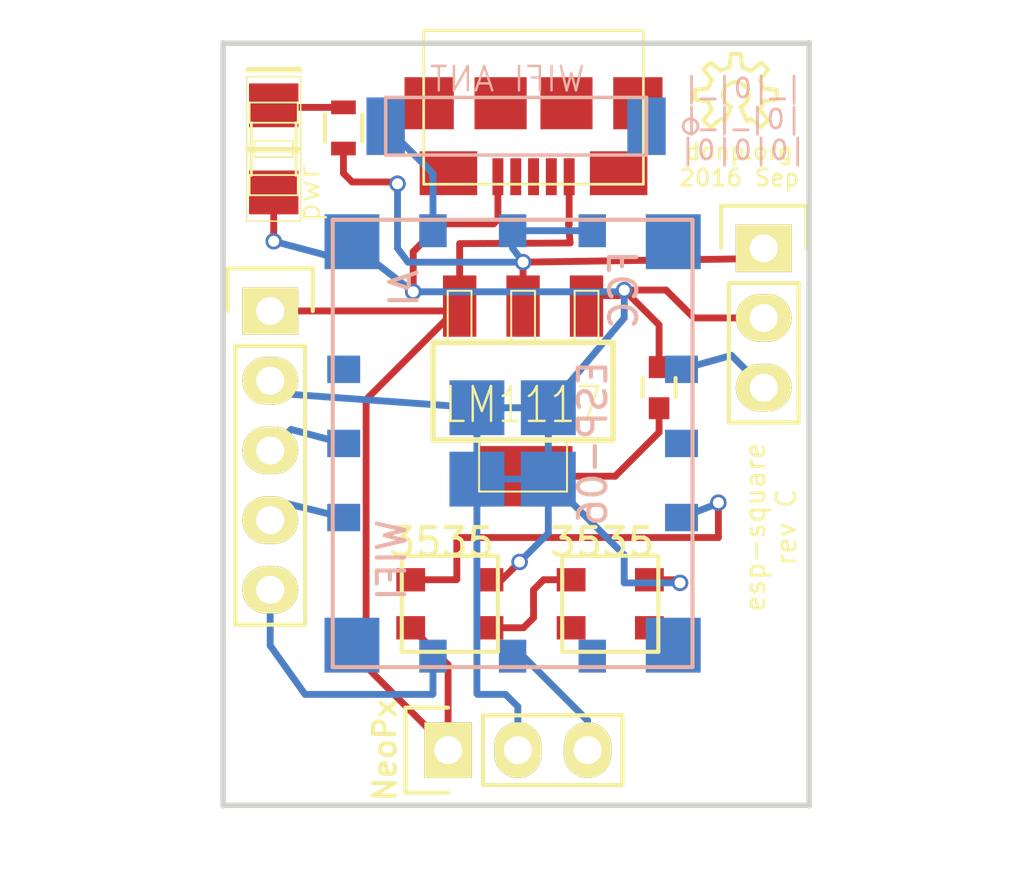
<source format=kicad_pcb>
(kicad_pcb (version 20171130) (host pcbnew 5.0.2-bee76a0~70~ubuntu18.04.1)

  (general
    (thickness 1.6)
    (drawings 7)
    (tracks 116)
    (zones 0)
    (modules 15)
    (nets 1)
  )

  (page A4)
  (layers
    (0 F.Cu signal)
    (31 B.Cu signal)
    (32 B.Adhes user)
    (33 F.Adhes user)
    (34 B.Paste user)
    (35 F.Paste user)
    (36 B.SilkS user)
    (37 F.SilkS user)
    (38 B.Mask user)
    (39 F.Mask user)
    (40 Dwgs.User user)
    (41 Cmts.User user)
    (42 Eco1.User user)
    (43 Eco2.User user)
    (44 Edge.Cuts user)
    (45 Margin user)
    (46 B.CrtYd user)
    (47 F.CrtYd user)
    (48 B.Fab user)
    (49 F.Fab user)
  )

  (setup
    (last_trace_width 0.25)
    (trace_clearance 0.2)
    (zone_clearance 0.508)
    (zone_45_only no)
    (trace_min 0.2)
    (segment_width 0.2)
    (edge_width 0.2)
    (via_size 0.6)
    (via_drill 0.4)
    (via_min_size 0.4)
    (via_min_drill 0.3)
    (uvia_size 0.3)
    (uvia_drill 0.1)
    (uvias_allowed no)
    (uvia_min_size 0.2)
    (uvia_min_drill 0.1)
    (pcb_text_width 0.3)
    (pcb_text_size 1.5 1.5)
    (mod_edge_width 0.15)
    (mod_text_size 1 1)
    (mod_text_width 0.15)
    (pad_size 0.39878 1.3462)
    (pad_drill 0)
    (pad_to_mask_clearance 0.2)
    (solder_mask_min_width 0.25)
    (aux_axis_origin 0 0)
    (visible_elements FFFFFF7F)
    (pcbplotparams
      (layerselection 0x010f0_ffffffff)
      (usegerberextensions true)
      (usegerberattributes false)
      (usegerberadvancedattributes false)
      (creategerberjobfile false)
      (excludeedgelayer true)
      (linewidth 0.100000)
      (plotframeref false)
      (viasonmask false)
      (mode 1)
      (useauxorigin false)
      (hpglpennumber 1)
      (hpglpenspeed 20)
      (hpglpendiameter 15.000000)
      (psnegative false)
      (psa4output false)
      (plotreference true)
      (plotvalue true)
      (plotinvisibletext false)
      (padsonsilk false)
      (subtractmaskfromsilk false)
      (outputformat 1)
      (mirror false)
      (drillshape 0)
      (scaleselection 1)
      (outputdirectory "/home/donp/osh/espsquare"))
  )

  (net 0 "")

  (net_class Default "This is the default net class."
    (clearance 0.2)
    (trace_width 0.25)
    (via_dia 0.6)
    (via_drill 0.4)
    (uvia_dia 0.3)
    (uvia_drill 0.1)
  )

  (module ESP8266:ESP-06 (layer B.Cu) (tedit 57B8CC68) (tstamp 56EF2894)
    (at 142.494 52.578 270)
    (fp_text reference ESP-06 (at 0 -2.921 270) (layer B.SilkS)
      (effects (font (size 1 1) (thickness 0.15)) (justify mirror))
    )
    (fp_text value ESP-06 (at 0 0.5 270) (layer F.Fab)
      (effects (font (size 1 1) (thickness 0.15)))
    )
    (fp_text user AI (at -5.65 3.95 270) (layer B.SilkS)
      (effects (font (size 1 1) (thickness 0.15)) (justify mirror))
    )
    (fp_text user WIFI (at 4.25 4.4 270) (layer B.SilkS)
      (effects (font (size 1 1) (thickness 0.15)) (justify mirror))
    )
    (fp_text user FCC (at -5.6 -4.05 270) (layer B.SilkS)
      (effects (font (size 1 1) (thickness 0.15)) (justify mirror))
    )
    (fp_line (start -8.15 -6.55) (end 8.15 -6.55) (layer B.SilkS) (width 0.15))
    (fp_line (start 8.15 -6.55) (end 8.15 6.55) (layer B.SilkS) (width 0.15))
    (fp_line (start 8.15 6.55) (end -8.15 6.55) (layer B.SilkS) (width 0.15))
    (fp_line (start -8.15 6.55) (end -8.15 -6.55) (layer B.SilkS) (width 0.15))
    (pad GND smd rect (at -7.35 5.85 270) (size 2 2) (layers B.Cu B.Paste B.Mask))
    (pad GP5 smd rect (at 7.35 5.85 270) (size 2 2) (layers B.Cu B.Paste B.Mask))
    (pad GP16 smd rect (at -7.35 -5.85 270) (size 2 2) (layers B.Cu B.Paste B.Mask))
    (pad GP15 smd rect (at 7.35 -5.85 270) (size 2 2) (layers B.Cu B.Paste B.Mask))
    (pad GP14 smd rect (at -2.7 -6.15 270) (size 1 1.2) (layers B.Cu B.Paste B.Mask))
    (pad GP12 smd rect (at 0 -6.15 270) (size 1 1.2) (layers B.Cu B.Paste B.Mask))
    (pad GP13 smd rect (at 2.7 -6.15 270) (size 1 1.2) (layers B.Cu B.Paste B.Mask))
    (pad TX smd rect (at 0 6.15 270) (size 1 1.2) (layers B.Cu B.Paste B.Mask))
    (pad RST smd rect (at -2.7 6.15 270) (size 1 1.2) (layers B.Cu B.Paste B.Mask))
    (pad RX smd rect (at 2.7 6.15 270) (size 1 1.2) (layers B.Cu B.Paste B.Mask))
    (pad 3.3 smd rect (at -7.75 0 270) (size 1.2 1) (layers B.Cu B.Paste B.Mask))
    (pad CHPD smd rect (at -7.75 -2.9 270) (size 1.2 1) (layers B.Cu B.Paste B.Mask))
    (pad ANT smd rect (at -7.75 2.9 270) (size 1.2 1) (layers B.Cu B.Paste B.Mask))
    (pad GP2 smd rect (at 7.75 0 270) (size 1.2 1) (layers B.Cu B.Paste B.Mask))
    (pad GP0 smd rect (at 7.75 2.9 270) (size 1.2 1) (layers B.Cu B.Paste B.Mask))
    (pad GP4 smd rect (at 7.75 -2.9 270) (size 1.2 1) (layers B.Cu B.Paste B.Mask))
    (pad GND smd rect (at -1.3 1.3 270) (size 2 2) (layers B.Cu B.Paste B.Mask))
    (pad GND smd rect (at 1.3 1.3 270) (size 2 2) (layers B.Cu B.Paste B.Mask))
    (pad GND smd rect (at -1.3 -1.3 270) (size 2 2) (layers B.Cu B.Paste B.Mask))
    (pad GND smd rect (at 1.3 -1.3 270) (size 2 2) (layers B.Cu B.Paste B.Mask))
  )

  (module ws2812:3535 (layer F.Cu) (tedit 57B9E32A) (tstamp 57DD5BD7)
    (at 146.05 58.42 180)
    (fp_text reference 3535 (at 0.3 2.25 180) (layer F.SilkS)
      (effects (font (size 1 1) (thickness 0.15)))
    )
    (fp_text value 3535 (at 0.05 -2.2 180) (layer F.Fab)
      (effects (font (size 1 1) (thickness 0.15)))
    )
    (fp_line (start 1.75 1.75) (end -1.75 1.75) (layer F.SilkS) (width 0.15))
    (fp_line (start -1.75 1.75) (end -1.75 -1.75) (layer F.SilkS) (width 0.15))
    (fp_line (start 1.75 -1.75) (end 1.75 1.75) (layer F.SilkS) (width 0.15))
    (fp_line (start -1.75 -1.75) (end 1.7 -1.75) (layer F.SilkS) (width 0.15))
    (pad IN smd rect (at 1.325 0.875 180) (size 1.05 0.85) (drill (offset 0.1 0)) (layers F.Cu F.Paste F.Mask))
    (pad VDD smd rect (at 1.325 -0.875 180) (size 1.05 0.85) (drill (offset 0.1 0)) (layers F.Cu F.Paste F.Mask))
    (pad VSS smd rect (at -1.325 0.875 180) (size 1.05 0.85) (drill (offset -0.1 0)) (layers F.Cu F.Paste F.Mask))
    (pad OUT smd rect (at -1.325 -0.875 180) (size 1.05 0.85) (drill (offset -0.1 0)) (layers F.Cu F.Paste F.Mask))
  )

  (module Mounting_Holes:MountingHole_2.2mm_M2 (layer F.Cu) (tedit 57BC20FF) (tstamp 57BE41FB)
    (at 133.477 64.135)
    (descr "Mounting Hole 2.2mm, no annular, M2")
    (tags "mounting hole 2.2mm no annular m2")
    (fp_text reference "" (at 0 -3.2) (layer F.SilkS)
      (effects (font (size 1 1) (thickness 0.15)))
    )
    (fp_text value MountingHole_2.2mm_M2 (at 0 3.2) (layer F.Fab)
      (effects (font (size 1 1) (thickness 0.15)))
    )
    (fp_circle (center 0 0) (end 2.2 0) (layer Cmts.User) (width 0.15))
    (fp_circle (center 0 0) (end 2.45 0) (layer F.CrtYd) (width 0.05))
    (pad 1 np_thru_hole circle (at 0 0) (size 2.2 2.2) (drill 2.2) (layers *.Cu *.Mask F.SilkS))
  )

  (module Pin_Headers:Pin_Header_Straight_1x03 (layer F.Cu) (tedit 57B8E39A) (tstamp 57BC01B3)
    (at 151.638 45.466)
    (descr "Through hole pin header")
    (tags "pin header")
    (fp_text reference "" (at 0 -2.3) (layer F.SilkS)
      (effects (font (size 0.8 0.9) (thickness 0.15)))
    )
    (fp_text value Pin_Header_Straight_1x03 (at 0 -3.1) (layer F.Fab) hide
      (effects (font (size 1 1) (thickness 0.15)))
    )
    (fp_line (start -1.75 -1.75) (end -1.75 6.85) (layer F.CrtYd) (width 0.05))
    (fp_line (start 1.75 -1.75) (end 1.75 6.85) (layer F.CrtYd) (width 0.05))
    (fp_line (start -1.75 -1.75) (end 1.75 -1.75) (layer F.CrtYd) (width 0.05))
    (fp_line (start -1.75 6.85) (end 1.75 6.85) (layer F.CrtYd) (width 0.05))
    (fp_line (start -1.27 1.27) (end -1.27 6.35) (layer F.SilkS) (width 0.15))
    (fp_line (start -1.27 6.35) (end 1.27 6.35) (layer F.SilkS) (width 0.15))
    (fp_line (start 1.27 6.35) (end 1.27 1.27) (layer F.SilkS) (width 0.15))
    (fp_line (start 1.55 -1.55) (end 1.55 0) (layer F.SilkS) (width 0.15))
    (fp_line (start 1.27 1.27) (end -1.27 1.27) (layer F.SilkS) (width 0.15))
    (fp_line (start -1.55 0) (end -1.55 -1.55) (layer F.SilkS) (width 0.15))
    (fp_line (start -1.55 -1.55) (end 1.55 -1.55) (layer F.SilkS) (width 0.15))
    (pad 1 thru_hole rect (at 0 0) (size 2.032 1.7272) (drill 1.016) (layers *.Cu *.Mask F.SilkS))
    (pad 2 thru_hole oval (at 0 2.54) (size 2.032 1.7272) (drill 1.016) (layers *.Cu *.Mask F.SilkS))
    (pad 3 thru_hole oval (at 0 5.08) (size 2.032 1.7272) (drill 1.016) (layers *.Cu *.Mask F.SilkS))
    (model Pin_Headers.3dshapes/Pin_Header_Straight_1x03.wrl
      (offset (xyz 0 -2.539999961853027 0))
      (scale (xyz 1 1 1))
      (rotate (xyz 0 0 90))
    )
    (model Pin_Headers.3dshapes/Pin_Header_Straight_1x03.wrl
      (offset (xyz 0 -2.539999961853027 0))
      (scale (xyz 1 1 1))
      (rotate (xyz 0 0 90))
    )
    (model Pin_Headers.3dshapes/Pin_Header_Straight_1x03.wrl
      (offset (xyz 0 -2.539999961853027 0))
      (scale (xyz 1 1 1))
      (rotate (xyz 0 0 90))
    )
    (model Pin_Headers.3dshapes/Pin_Header_Straight_1x03.wrl
      (offset (xyz 0 -2.539999961853027 0))
      (scale (xyz 1 1 1))
      (rotate (xyz 0 0 90))
    )
  )

  (module aalay:aalay-LED1206 (layer F.Cu) (tedit 57B713D9) (tstamp 56F9A37D)
    (at 133.7945 41.8465 90)
    (attr smd)
    (fp_text reference pwr (at -1.651 1.27 90) (layer F.SilkS)
      (effects (font (size 0.8 0.8) (thickness 0.0889)))
    )
    (fp_text value >VALUE (at 0.508 2.032 90) (layer B.SilkS) hide
      (effects (font (size 1.016 1.016) (thickness 0.0889)) (justify mirror))
    )
    (fp_line (start -1.6891 0.8763) (end -0.9525 0.8763) (layer F.SilkS) (width 0.06604))
    (fp_line (start -0.9525 0.8763) (end -0.9525 -0.8763) (layer F.SilkS) (width 0.06604))
    (fp_line (start -1.6891 -0.8763) (end -0.9525 -0.8763) (layer F.SilkS) (width 0.06604))
    (fp_line (start -1.6891 0.8763) (end -1.6891 -0.8763) (layer F.SilkS) (width 0.06604))
    (fp_line (start 0.9525 0.8763) (end 1.6891 0.8763) (layer F.SilkS) (width 0.06604))
    (fp_line (start 1.6891 0.8763) (end 1.6891 -0.8763) (layer F.SilkS) (width 0.06604))
    (fp_line (start 0.9525 -0.8763) (end 1.6891 -0.8763) (layer F.SilkS) (width 0.06604))
    (fp_line (start 0.9525 0.8763) (end 0.9525 -0.8763) (layer F.SilkS) (width 0.06604))
    (fp_line (start -0.29972 0.6985) (end 0.29972 0.6985) (layer F.SilkS) (width 0.06604))
    (fp_line (start 0.29972 0.6985) (end 0.29972 -0.6985) (layer F.SilkS) (width 0.06604))
    (fp_line (start -0.29972 -0.6985) (end 0.29972 -0.6985) (layer F.SilkS) (width 0.06604))
    (fp_line (start -0.29972 0.6985) (end -0.29972 -0.6985) (layer F.SilkS) (width 0.06604))
    (fp_line (start 0.9525 0.8128) (end -0.9652 0.8128) (layer F.SilkS) (width 0.1016))
    (fp_line (start 0.9525 -0.8128) (end -0.9652 -0.8128) (layer F.SilkS) (width 0.1016))
    (fp_line (start -2.63144 -0.98298) (end 2.63144 -0.98298) (layer F.SilkS) (width 0.0508))
    (fp_line (start 2.63144 -0.98298) (end 2.63144 0.98298) (layer F.SilkS) (width 0.0508))
    (fp_line (start 2.63144 0.98298) (end -2.63144 0.98298) (layer F.SilkS) (width 0.0508))
    (fp_line (start -2.63144 0.98298) (end -2.63144 -0.98298) (layer F.SilkS) (width 0.0508))
    (fp_line (start -0.03048 0.93472) (end -0.03048 -0.93472) (layer F.SilkS) (width 0.2032))
    (fp_line (start 2.88798 0.93472) (end 2.88798 -0.93472) (layer F.SilkS) (width 0.2032))
    (pad A smd rect (at -1.5875 0 90) (size 1.59766 1.80086) (layers F.Cu F.Paste F.Mask))
    (pad K smd rect (at 1.5875 0 90) (size 1.59766 1.80086) (layers F.Cu F.Paste F.Mask))
  )

  (module Pin_Headers:Pin_Header_Straight_1x03 (layer F.Cu) (tedit 57B8E513) (tstamp 56F7230E)
    (at 140.1445 63.754 90)
    (descr "Through hole pin header")
    (tags "pin header")
    (fp_text reference NeoPx (at 0 -2.3 90) (layer F.SilkS)
      (effects (font (size 0.8 0.8) (thickness 0.15)))
    )
    (fp_text value Pin_Header_Straight_1x03 (at 0 -3.1 90) (layer F.Fab) hide
      (effects (font (size 1 1) (thickness 0.15)))
    )
    (fp_line (start -1.75 -1.75) (end -1.75 6.85) (layer F.CrtYd) (width 0.05))
    (fp_line (start 1.75 -1.75) (end 1.75 6.85) (layer F.CrtYd) (width 0.05))
    (fp_line (start -1.75 -1.75) (end 1.75 -1.75) (layer F.CrtYd) (width 0.05))
    (fp_line (start -1.75 6.85) (end 1.75 6.85) (layer F.CrtYd) (width 0.05))
    (fp_line (start -1.27 1.27) (end -1.27 6.35) (layer F.SilkS) (width 0.15))
    (fp_line (start -1.27 6.35) (end 1.27 6.35) (layer F.SilkS) (width 0.15))
    (fp_line (start 1.27 6.35) (end 1.27 1.27) (layer F.SilkS) (width 0.15))
    (fp_line (start 1.55 -1.55) (end 1.55 0) (layer F.SilkS) (width 0.15))
    (fp_line (start 1.27 1.27) (end -1.27 1.27) (layer F.SilkS) (width 0.15))
    (fp_line (start -1.55 0) (end -1.55 -1.55) (layer F.SilkS) (width 0.15))
    (fp_line (start -1.55 -1.55) (end 1.55 -1.55) (layer F.SilkS) (width 0.15))
    (pad 1 thru_hole rect (at 0 0 90) (size 2.032 1.7272) (drill 1.016) (layers *.Cu *.Mask F.SilkS))
    (pad 2 thru_hole oval (at 0 2.54 90) (size 2.032 1.7272) (drill 1.016) (layers *.Cu *.Mask F.SilkS))
    (pad 3 thru_hole oval (at 0 5.08 90) (size 2.032 1.7272) (drill 1.016) (layers *.Cu *.Mask F.SilkS))
    (model Pin_Headers.3dshapes/Pin_Header_Straight_1x03.wrl
      (offset (xyz 0 -2.539999961853027 0))
      (scale (xyz 1 1 1))
      (rotate (xyz 0 0 90))
    )
    (model Pin_Headers.3dshapes/Pin_Header_Straight_1x03.wrl
      (offset (xyz 0 -2.539999961853027 0))
      (scale (xyz 1 1 1))
      (rotate (xyz 0 0 90))
    )
  )

  (module aalay:aalay-SOT223 (layer F.Cu) (tedit 56F70B8E) (tstamp 56F03C8A)
    (at 142.875 50.673 180)
    (descr "SOT223 PACKAGE")
    (tags "SOT223 PACKAGE")
    (attr smd)
    (fp_text reference LM1117 (at 0 -0.5 180) (layer F.SilkS)
      (effects (font (size 1.27 1) (thickness 0.0889)))
    )
    (fp_text value >VALUE (at 1.27 0.6858 180) (layer B.SilkS) hide
      (effects (font (size 1.27 1.27) (thickness 0.0889)) (justify mirror))
    )
    (fp_line (start -1.6002 -1.80086) (end 1.6002 -1.80086) (layer F.SilkS) (width 0.06604))
    (fp_line (start 1.6002 -1.80086) (end 1.6002 -3.6576) (layer F.SilkS) (width 0.06604))
    (fp_line (start -1.6002 -3.6576) (end 1.6002 -3.6576) (layer F.SilkS) (width 0.06604))
    (fp_line (start -1.6002 -1.80086) (end -1.6002 -3.6576) (layer F.SilkS) (width 0.06604))
    (fp_line (start -0.4318 3.6576) (end 0.4318 3.6576) (layer F.SilkS) (width 0.06604))
    (fp_line (start 0.4318 3.6576) (end 0.4318 1.80086) (layer F.SilkS) (width 0.06604))
    (fp_line (start -0.4318 1.80086) (end 0.4318 1.80086) (layer F.SilkS) (width 0.06604))
    (fp_line (start -0.4318 3.6576) (end -0.4318 1.80086) (layer F.SilkS) (width 0.06604))
    (fp_line (start -2.7432 3.6576) (end -1.8796 3.6576) (layer F.SilkS) (width 0.06604))
    (fp_line (start -1.8796 3.6576) (end -1.8796 1.80086) (layer F.SilkS) (width 0.06604))
    (fp_line (start -2.7432 1.80086) (end -1.8796 1.80086) (layer F.SilkS) (width 0.06604))
    (fp_line (start -2.7432 3.6576) (end -2.7432 1.80086) (layer F.SilkS) (width 0.06604))
    (fp_line (start 1.8796 3.6576) (end 2.7432 3.6576) (layer F.SilkS) (width 0.06604))
    (fp_line (start 2.7432 3.6576) (end 2.7432 1.80086) (layer F.SilkS) (width 0.06604))
    (fp_line (start 1.8796 1.80086) (end 2.7432 1.80086) (layer F.SilkS) (width 0.06604))
    (fp_line (start 1.8796 3.6576) (end 1.8796 1.80086) (layer F.SilkS) (width 0.06604))
    (fp_line (start -1.6002 -1.80086) (end 1.6002 -1.80086) (layer F.SilkS) (width 0.06604))
    (fp_line (start 1.6002 -1.80086) (end 1.6002 -3.6576) (layer F.SilkS) (width 0.06604))
    (fp_line (start -1.6002 -3.6576) (end 1.6002 -3.6576) (layer F.SilkS) (width 0.06604))
    (fp_line (start -1.6002 -1.80086) (end -1.6002 -3.6576) (layer F.SilkS) (width 0.06604))
    (fp_line (start -0.4318 3.6576) (end 0.4318 3.6576) (layer F.SilkS) (width 0.06604))
    (fp_line (start 0.4318 3.6576) (end 0.4318 1.80086) (layer F.SilkS) (width 0.06604))
    (fp_line (start -0.4318 1.80086) (end 0.4318 1.80086) (layer F.SilkS) (width 0.06604))
    (fp_line (start -0.4318 3.6576) (end -0.4318 1.80086) (layer F.SilkS) (width 0.06604))
    (fp_line (start -2.7432 3.6576) (end -1.8796 3.6576) (layer F.SilkS) (width 0.06604))
    (fp_line (start -1.8796 3.6576) (end -1.8796 1.80086) (layer F.SilkS) (width 0.06604))
    (fp_line (start -2.7432 1.80086) (end -1.8796 1.80086) (layer F.SilkS) (width 0.06604))
    (fp_line (start -2.7432 3.6576) (end -2.7432 1.80086) (layer F.SilkS) (width 0.06604))
    (fp_line (start 1.8796 3.6576) (end 2.7432 3.6576) (layer F.SilkS) (width 0.06604))
    (fp_line (start 2.7432 3.6576) (end 2.7432 1.80086) (layer F.SilkS) (width 0.06604))
    (fp_line (start 1.8796 1.80086) (end 2.7432 1.80086) (layer F.SilkS) (width 0.06604))
    (fp_line (start 1.8796 3.6576) (end 1.8796 1.80086) (layer F.SilkS) (width 0.06604))
    (fp_line (start 3.2766 -1.778) (end 3.2766 1.778) (layer F.SilkS) (width 0.2032))
    (fp_line (start 3.2766 1.778) (end -3.2766 1.778) (layer F.SilkS) (width 0.2032))
    (fp_line (start -3.2766 1.778) (end -3.2766 -1.778) (layer F.SilkS) (width 0.2032))
    (fp_line (start -3.2766 -1.778) (end 3.2766 -1.778) (layer F.SilkS) (width 0.2032))
    (pad GND smd rect (at -2.30886 3.0988 180) (size 1.21666 2.23266) (layers F.Cu F.Paste F.Mask))
    (pad OUT smd rect (at 0 3.0988 180) (size 1.21666 2.23266) (layers F.Cu F.Paste F.Mask))
    (pad IN smd rect (at 2.30886 3.0988 180) (size 1.21666 2.23266) (layers F.Cu F.Paste F.Mask))
    (pad OUT smd rect (at 0 -3.0988 180) (size 3.59918 2.19964) (layers F.Cu F.Paste F.Mask))
  )

  (module OPL-Antenna:OPL-Antenna-ANT2-SMD-9.5X2.1X1.0MM (layer B.Cu) (tedit 577AC5CE) (tstamp 56EF2E24)
    (at 142.621 41.021 180)
    (attr smd)
    (fp_text reference "WIFI ANT" (at 0.3175 1.7145 180) (layer B.SilkS)
      (effects (font (size 0.889 0.889) (thickness 0.0889)) (justify mirror))
    )
    (fp_text value >VALUE (at 0.762 -2.0955 180) (layer F.SilkS) hide
      (effects (font (size 0.889 0.889) (thickness 0.0889)))
    )
    (fp_line (start -4.7498 -1.04902) (end 4.7498 -1.04902) (layer B.SilkS) (width 0.06604))
    (fp_line (start 4.7498 -1.04902) (end 4.7498 1.04902) (layer B.SilkS) (width 0.06604))
    (fp_line (start -4.7498 1.04902) (end 4.7498 1.04902) (layer B.SilkS) (width 0.06604))
    (fp_line (start -4.7498 -1.04902) (end -4.7498 1.04902) (layer B.SilkS) (width 0.06604))
    (fp_line (start -4.7498 1.04902) (end 4.7498 1.04902) (layer B.SilkS) (width 0.127))
    (fp_line (start 4.7498 1.04902) (end 4.7498 -1.04902) (layer B.SilkS) (width 0.127))
    (fp_line (start 4.7498 -1.04902) (end -4.7498 -1.04902) (layer B.SilkS) (width 0.127))
    (fp_line (start -4.7498 -1.04902) (end -4.7498 1.04902) (layer B.SilkS) (width 0.127))
    (fp_circle (center -6.35 0) (end -6.5405 -0.1905) (layer B.SilkS) (width 0.1))
    (pad 1 smd rect (at -4.7498 0 180) (size 1.39954 2.09804) (layers B.Cu B.Paste B.Mask))
    (pad 2 smd rect (at 4.7498 0 180) (size 1.39954 2.09804) (layers B.Cu B.Paste B.Mask))
  )

  (module Resistors_SMD:R_0603 (layer F.Cu) (tedit 57B8D37B) (tstamp 577AC355)
    (at 136.3345 41.0845 90)
    (descr "Resistor SMD 0603, reflow soldering, Vishay (see dcrcw.pdf)")
    (tags "resistor 0603")
    (attr smd)
    (fp_text reference "" (at 0 -1.9 90) (layer F.SilkS)
      (effects (font (size 1 1) (thickness 0.15)))
    )
    (fp_text value R_0603 (at 0 1.9 90) (layer F.Fab)
      (effects (font (size 0.5 0.5) (thickness 0.125)))
    )
    (fp_line (start -1.3 -0.8) (end 1.3 -0.8) (layer F.CrtYd) (width 0.05))
    (fp_line (start -1.3 0.8) (end 1.3 0.8) (layer F.CrtYd) (width 0.05))
    (fp_line (start -1.3 -0.8) (end -1.3 0.8) (layer F.CrtYd) (width 0.05))
    (fp_line (start 1.3 -0.8) (end 1.3 0.8) (layer F.CrtYd) (width 0.05))
    (fp_line (start 0.5 0.675) (end -0.5 0.675) (layer F.SilkS) (width 0.15))
    (fp_line (start -0.5 -0.675) (end 0.5 -0.675) (layer F.SilkS) (width 0.15))
    (pad 1 smd rect (at -0.75 0 90) (size 0.5 0.9) (layers F.Cu F.Paste F.Mask))
    (pad 2 smd rect (at 0.75 0 90) (size 0.5 0.9) (layers F.Cu F.Paste F.Mask))
    (model Resistors_SMD.3dshapes/R_0603.wrl
      (at (xyz 0 0 0))
      (scale (xyz 1 1 1))
      (rotate (xyz 0 0 0))
    )
    (model Resistors_SMD.3dshapes/R_0603.wrl
      (at (xyz 0 0 0))
      (scale (xyz 1 1 1))
      (rotate (xyz 0 0 0))
    )
    (model Resistors_SMD.3dshapes/R_0603.wrl
      (at (xyz 0 0 0))
      (scale (xyz 1 1 1))
      (rotate (xyz 0 0 0))
    )
    (model Resistors_SMD.3dshapes/R_0603.wrl
      (at (xyz 0 0 0))
      (scale (xyz 1 1 1))
      (rotate (xyz 0 0 0))
    )
  )

  (module Capacitors_SMD:C_0603 (layer F.Cu) (tedit 57B556AC) (tstamp 57B66417)
    (at 147.828 50.546 90)
    (descr "Capacitor SMD 0603, reflow soldering, AVX (see smccp.pdf)")
    (tags "capacitor 0603")
    (attr smd)
    (fp_text reference "" (at 0 -1.9 90) (layer F.SilkS)
      (effects (font (size 1 1) (thickness 0.15)))
    )
    (fp_text value C_0603 (at 0 1.9 90) (layer F.Fab)
      (effects (font (size 1 1) (thickness 0.15)))
    )
    (fp_line (start -1.45 -0.75) (end 1.45 -0.75) (layer F.CrtYd) (width 0.05))
    (fp_line (start -1.45 0.75) (end 1.45 0.75) (layer F.CrtYd) (width 0.05))
    (fp_line (start -1.45 -0.75) (end -1.45 0.75) (layer F.CrtYd) (width 0.05))
    (fp_line (start 1.45 -0.75) (end 1.45 0.75) (layer F.CrtYd) (width 0.05))
    (fp_line (start -0.35 -0.6) (end 0.35 -0.6) (layer F.SilkS) (width 0.15))
    (fp_line (start 0.35 0.6) (end -0.35 0.6) (layer F.SilkS) (width 0.15))
    (pad 1 smd rect (at -0.75 0 90) (size 0.8 0.75) (layers F.Cu F.Paste F.Mask))
    (pad 2 smd rect (at 0.75 0 90) (size 0.8 0.75) (layers F.Cu F.Paste F.Mask))
    (model Capacitors_SMD.3dshapes/C_0603.wrl
      (at (xyz 0 0 0))
      (scale (xyz 1 1 1))
      (rotate (xyz 0 0 0))
    )
    (model Capacitors_SMD.3dshapes/C_0603.wrl
      (at (xyz 0 0 0))
      (scale (xyz 1 1 1))
      (rotate (xyz 0 0 0))
    )
  )

  (module aalay:aalay-OSHW_LOGO_S (layer F.Cu) (tedit 200000) (tstamp 57B820CA)
    (at 150.622 39.878)
    (attr virtual)
    (fp_text reference "" (at 0 0) (layer F.SilkS)
      (effects (font (size 1.524 1.524) (thickness 0.15)))
    )
    (fp_text value "" (at 0 0) (layer F.SilkS)
      (effects (font (size 1.524 1.524) (thickness 0.15)))
    )
    (fp_line (start 0.3937 0.9525) (end 0.5461 0.87376) (layer F.SilkS) (width 0.14986))
    (fp_line (start 0.5461 0.87376) (end 0.92202 1.1811) (layer F.SilkS) (width 0.14986))
    (fp_line (start 0.92202 1.1811) (end 1.1811 0.92202) (layer F.SilkS) (width 0.14986))
    (fp_line (start 1.1811 0.92202) (end 0.87376 0.5461) (layer F.SilkS) (width 0.14986))
    (fp_line (start 0.87376 0.5461) (end 0.9525 0.3937) (layer F.SilkS) (width 0.14986))
    (fp_line (start 0.9525 0.3937) (end 1.0033 0.23114) (layer F.SilkS) (width 0.14986))
    (fp_line (start 1.0033 0.23114) (end 1.48844 0.18034) (layer F.SilkS) (width 0.14986))
    (fp_line (start 1.48844 0.18034) (end 1.48844 -0.18034) (layer F.SilkS) (width 0.14986))
    (fp_line (start 1.48844 -0.18034) (end 1.0033 -0.23114) (layer F.SilkS) (width 0.14986))
    (fp_line (start 1.0033 -0.23114) (end 0.9525 -0.3937) (layer F.SilkS) (width 0.14986))
    (fp_line (start 0.9525 -0.3937) (end 0.87376 -0.5461) (layer F.SilkS) (width 0.14986))
    (fp_line (start 0.87376 -0.5461) (end 1.1811 -0.92202) (layer F.SilkS) (width 0.14986))
    (fp_line (start 1.1811 -0.92202) (end 0.92202 -1.1811) (layer F.SilkS) (width 0.14986))
    (fp_line (start 0.92202 -1.1811) (end 0.5461 -0.87376) (layer F.SilkS) (width 0.14986))
    (fp_line (start 0.5461 -0.87376) (end 0.3937 -0.9525) (layer F.SilkS) (width 0.14986))
    (fp_line (start 0.3937 -0.9525) (end 0.23114 -1.0033) (layer F.SilkS) (width 0.14986))
    (fp_line (start 0.23114 -1.0033) (end 0.18034 -1.48844) (layer F.SilkS) (width 0.14986))
    (fp_line (start 0.18034 -1.48844) (end -0.18034 -1.48844) (layer F.SilkS) (width 0.14986))
    (fp_line (start -0.18034 -1.48844) (end -0.23114 -1.0033) (layer F.SilkS) (width 0.14986))
    (fp_line (start -0.23114 -1.0033) (end -0.3937 -0.9525) (layer F.SilkS) (width 0.14986))
    (fp_line (start -0.3937 -0.9525) (end -0.5461 -0.87376) (layer F.SilkS) (width 0.14986))
    (fp_line (start -0.5461 -0.87376) (end -0.92202 -1.1811) (layer F.SilkS) (width 0.14986))
    (fp_line (start -0.92202 -1.1811) (end -1.1811 -0.92202) (layer F.SilkS) (width 0.14986))
    (fp_line (start -1.1811 -0.92202) (end -0.87376 -0.5461) (layer F.SilkS) (width 0.14986))
    (fp_line (start -0.87376 -0.5461) (end -0.9525 -0.3937) (layer F.SilkS) (width 0.14986))
    (fp_line (start -0.9525 -0.3937) (end -1.0033 -0.23114) (layer F.SilkS) (width 0.14986))
    (fp_line (start -1.0033 -0.23114) (end -1.48844 -0.18034) (layer F.SilkS) (width 0.14986))
    (fp_line (start -1.48844 -0.18034) (end -1.48844 0.18034) (layer F.SilkS) (width 0.14986))
    (fp_line (start -1.48844 0.18034) (end -1.0033 0.23114) (layer F.SilkS) (width 0.14986))
    (fp_line (start -1.0033 0.23114) (end -0.9525 0.3937) (layer F.SilkS) (width 0.14986))
    (fp_line (start -0.9525 0.3937) (end -0.87376 0.5461) (layer F.SilkS) (width 0.14986))
    (fp_line (start -0.87376 0.5461) (end -1.1811 0.92202) (layer F.SilkS) (width 0.14986))
    (fp_line (start -1.1811 0.92202) (end -0.92202 1.1811) (layer F.SilkS) (width 0.14986))
    (fp_line (start -0.92202 1.1811) (end -0.5461 0.87376) (layer F.SilkS) (width 0.14986))
    (fp_line (start -0.5461 0.87376) (end -0.3937 0.9525) (layer F.SilkS) (width 0.14986))
    (fp_line (start -0.3937 0.9525) (end -0.1778 0.4318) (layer F.SilkS) (width 0.14986))
    (fp_line (start -0.1778 0.4318) (end -0.27432 0.37846) (layer F.SilkS) (width 0.14986))
    (fp_line (start -0.27432 0.37846) (end -0.3556 0.30226) (layer F.SilkS) (width 0.14986))
    (fp_line (start -0.3556 0.30226) (end -0.41656 0.21082) (layer F.SilkS) (width 0.14986))
    (fp_line (start -0.41656 0.21082) (end -0.45466 0.10922) (layer F.SilkS) (width 0.14986))
    (fp_line (start -0.45466 0.10922) (end -0.46736 0) (layer F.SilkS) (width 0.14986))
    (fp_line (start -0.46736 0) (end -0.45466 -0.10922) (layer F.SilkS) (width 0.14986))
    (fp_line (start -0.45466 -0.10922) (end -0.41402 -0.2159) (layer F.SilkS) (width 0.14986))
    (fp_line (start -0.41402 -0.2159) (end -0.35052 -0.30734) (layer F.SilkS) (width 0.14986))
    (fp_line (start -0.35052 -0.30734) (end -0.2667 -0.38354) (layer F.SilkS) (width 0.14986))
    (fp_line (start -0.2667 -0.38354) (end -0.16764 -0.43434) (layer F.SilkS) (width 0.14986))
    (fp_line (start -0.16764 -0.43434) (end -0.06096 -0.46228) (layer F.SilkS) (width 0.14986))
    (fp_line (start -0.06096 -0.46228) (end 0.0508 -0.46482) (layer F.SilkS) (width 0.14986))
    (fp_line (start 0.0508 -0.46482) (end 0.16002 -0.43942) (layer F.SilkS) (width 0.14986))
    (fp_line (start 0.16002 -0.43942) (end 0.25908 -0.38862) (layer F.SilkS) (width 0.14986))
    (fp_line (start 0.25908 -0.38862) (end 0.34544 -0.31496) (layer F.SilkS) (width 0.14986))
    (fp_line (start 0.34544 -0.31496) (end 0.40894 -0.22352) (layer F.SilkS) (width 0.14986))
    (fp_line (start 0.40894 -0.22352) (end 0.45212 -0.11938) (layer F.SilkS) (width 0.14986))
    (fp_line (start 0.45212 -0.11938) (end 0.46736 -0.01016) (layer F.SilkS) (width 0.14986))
    (fp_line (start 0.46736 -0.01016) (end 0.4572 0.09906) (layer F.SilkS) (width 0.14986))
    (fp_line (start 0.4572 0.09906) (end 0.4191 0.20574) (layer F.SilkS) (width 0.14986))
    (fp_line (start 0.4191 0.20574) (end 0.35814 0.29972) (layer F.SilkS) (width 0.14986))
    (fp_line (start 0.35814 0.29972) (end 0.27686 0.37592) (layer F.SilkS) (width 0.14986))
    (fp_line (start 0.27686 0.37592) (end 0.1778 0.4318) (layer F.SilkS) (width 0.14986))
    (fp_line (start 0.1778 0.4318) (end 0.3937 0.9525) (layer F.SilkS) (width 0.14986))
  )

  (module open-project:MICRO-B_USB (layer F.Cu) (tedit 57DD5C72) (tstamp 57BAEA7E)
    (at 143.256 38.735 180)
    (fp_text reference "" (at 0 -5.842 180) (layer F.SilkS)
      (effects (font (size 0.762 0.762) (thickness 0.127)))
    )
    (fp_text value "" (at -0.05 2.09 180) (layer F.SilkS)
      (effects (font (size 0.762 0.762) (thickness 0.127)))
    )
    (fp_line (start -4.0005 1.00076) (end -4.0005 1.19888) (layer F.SilkS) (width 0.09906))
    (fp_line (start 4.0005 1.00076) (end 4.0005 1.19888) (layer F.SilkS) (width 0.09906))
    (fp_line (start -4.0005 -4.39928) (end 4.0005 -4.39928) (layer F.SilkS) (width 0.09906))
    (fp_line (start 4.0005 -4.39928) (end 4.0005 1.00076) (layer F.SilkS) (width 0.09906))
    (fp_line (start 4.0005 1.19888) (end -4.0005 1.19888) (layer F.SilkS) (width 0.09906))
    (fp_line (start -4.0005 1.00076) (end -4.0005 -4.39928) (layer F.SilkS) (width 0.09906))
    (pad "" smd rect (at -1.19888 -1.4478 180) (size 1.89738 1.89738) (layers F.Cu F.Paste F.Mask))
    (pad "" smd rect (at 1.19888 -1.4478 180) (size 1.89992 1.89738) (layers F.Cu F.Paste F.Mask))
    (pad "" smd rect (at 3.79984 -1.4478 180) (size 1.79578 1.89738) (layers F.Cu F.Paste F.Mask))
    (pad "" smd rect (at -3.0988 -3.99796 180) (size 2.0955 1.59766) (layers F.Cu F.Paste F.Mask))
    (pad +5 smd rect (at -1.29794 -4.12496 180) (size 0.39878 1.3462) (layers F.Cu F.Paste F.Mask)
      (clearance 0.2032))
    (pad 2 smd rect (at -0.6477 -4.12496 180) (size 0.39878 1.3462) (layers F.Cu F.Paste F.Mask)
      (clearance 0.2032))
    (pad 3 smd rect (at 0 -4.12496 180) (size 0.39878 1.3462) (layers F.Cu F.Paste F.Mask)
      (clearance 0.2032))
    (pad 4 smd rect (at 0.6477 -4.12496 180) (size 0.39878 1.3462) (layers F.Cu F.Paste F.Mask)
      (clearance 0.2032))
    (pad GND smd rect (at 1.29794 -4.12496 180) (size 0.39878 1.3462) (layers F.Cu F.Paste F.Mask)
      (clearance 0.2032))
    (pad "" smd rect (at 3.0988 -3.99796 180) (size 2.0955 1.59766) (layers F.Cu F.Paste F.Mask))
    (pad "" smd rect (at -3.79984 -1.4478 180) (size 1.79578 1.89738) (layers F.Cu F.Paste F.Mask))
  )

  (module Pin_Headers:Pin_Header_Straight_1x05 (layer F.Cu) (tedit 57B8E008) (tstamp 57BBFF38)
    (at 133.6675 47.752)
    (descr "Through hole pin header")
    (tags "pin header")
    (fp_text reference "" (at 0 -5.1) (layer F.SilkS)
      (effects (font (size 1 1) (thickness 0.15)))
    )
    (fp_text value Pin_Header_Straight_1x05 (at 0 -3.1) (layer F.Fab)
      (effects (font (size 1 1) (thickness 0.15)))
    )
    (fp_line (start -1.55 0) (end -1.55 -1.55) (layer F.SilkS) (width 0.15))
    (fp_line (start -1.55 -1.55) (end 1.55 -1.55) (layer F.SilkS) (width 0.15))
    (fp_line (start 1.55 -1.55) (end 1.55 0) (layer F.SilkS) (width 0.15))
    (fp_line (start -1.75 -1.75) (end -1.75 11.95) (layer F.CrtYd) (width 0.05))
    (fp_line (start 1.75 -1.75) (end 1.75 11.95) (layer F.CrtYd) (width 0.05))
    (fp_line (start -1.75 -1.75) (end 1.75 -1.75) (layer F.CrtYd) (width 0.05))
    (fp_line (start -1.75 11.95) (end 1.75 11.95) (layer F.CrtYd) (width 0.05))
    (fp_line (start 1.27 1.27) (end 1.27 11.43) (layer F.SilkS) (width 0.15))
    (fp_line (start 1.27 11.43) (end -1.27 11.43) (layer F.SilkS) (width 0.15))
    (fp_line (start -1.27 11.43) (end -1.27 1.27) (layer F.SilkS) (width 0.15))
    (fp_line (start 1.27 1.27) (end -1.27 1.27) (layer F.SilkS) (width 0.15))
    (pad 1 thru_hole rect (at 0 0) (size 2.032 1.7272) (drill 1.016) (layers *.Cu *.Mask F.SilkS))
    (pad 2 thru_hole oval (at 0 2.54) (size 2.032 1.7272) (drill 1.016) (layers *.Cu *.Mask F.SilkS))
    (pad 3 thru_hole oval (at 0 5.08) (size 2.032 1.7272) (drill 1.016) (layers *.Cu *.Mask F.SilkS))
    (pad 4 thru_hole oval (at 0 7.62) (size 2.032 1.7272) (drill 1.016) (layers *.Cu *.Mask F.SilkS))
    (pad 5 thru_hole oval (at 0 10.16) (size 2.032 1.7272) (drill 1.016) (layers *.Cu *.Mask F.SilkS))
    (model Pin_Headers.3dshapes/Pin_Header_Straight_1x05.wrl
      (offset (xyz 0 -5.079999923706055 0))
      (scale (xyz 1 1 1))
      (rotate (xyz 0 0 90))
    )
    (model Pin_Headers.3dshapes/Pin_Header_Straight_1x05.wrl
      (offset (xyz 0 -5.079999923706055 0))
      (scale (xyz 1 1 1))
      (rotate (xyz 0 0 90))
    )
    (model Pin_Headers.3dshapes/Pin_Header_Straight_1x05.wrl
      (offset (xyz 0 -5.079999923706055 0))
      (scale (xyz 1 1 1))
      (rotate (xyz 0 0 90))
    )
    (model Pin_Headers.3dshapes/Pin_Header_Straight_1x05.wrl
      (offset (xyz 0 -5.079999923706055 0))
      (scale (xyz 1 1 1))
      (rotate (xyz 0 0 90))
    )
  )

  (module ws2812:3535 (layer F.Cu) (tedit 57B9E32A) (tstamp 57BA36BB)
    (at 140.208 58.42 180)
    (fp_text reference 3535 (at 0.3 2.25 180) (layer F.SilkS)
      (effects (font (size 1 1) (thickness 0.15)))
    )
    (fp_text value 3535 (at 0.05 -2.2 180) (layer F.Fab)
      (effects (font (size 1 1) (thickness 0.15)))
    )
    (fp_line (start 1.75 1.75) (end -1.75 1.75) (layer F.SilkS) (width 0.15))
    (fp_line (start -1.75 1.75) (end -1.75 -1.75) (layer F.SilkS) (width 0.15))
    (fp_line (start 1.75 -1.75) (end 1.75 1.75) (layer F.SilkS) (width 0.15))
    (fp_line (start -1.75 -1.75) (end 1.7 -1.75) (layer F.SilkS) (width 0.15))
    (pad IN smd rect (at 1.325 0.875 180) (size 1.05 0.85) (drill (offset 0.1 0)) (layers F.Cu F.Paste F.Mask))
    (pad VDD smd rect (at 1.325 -0.875 180) (size 1.05 0.85) (drill (offset 0.1 0)) (layers F.Cu F.Paste F.Mask))
    (pad VSS smd rect (at -1.325 0.875 180) (size 1.05 0.85) (drill (offset -0.1 0)) (layers F.Cu F.Paste F.Mask))
    (pad OUT smd rect (at -1.325 -0.875 180) (size 1.05 0.85) (drill (offset -0.1 0)) (layers F.Cu F.Paste F.Mask))
  )

  (module Mounting_Holes:MountingHole_2.2mm_M2 (layer F.Cu) (tedit 57BC20F9) (tstamp 57BE41E9)
    (at 151.638 64.262)
    (descr "Mounting Hole 2.2mm, no annular, M2")
    (tags "mounting hole 2.2mm no annular m2")
    (fp_text reference "" (at 0 -3.2) (layer F.SilkS)
      (effects (font (size 1 1) (thickness 0.15)))
    )
    (fp_text value MountingHole_2.2mm_M2 (at 0 3.2) (layer F.Fab)
      (effects (font (size 1 1) (thickness 0.15)))
    )
    (fp_circle (center 0 0) (end 2.2 0) (layer Cmts.User) (width 0.15))
    (fp_circle (center 0 0) (end 2.45 0) (layer F.CrtYd) (width 0.05))
    (pad 1 np_thru_hole circle (at 0 0) (size 2.2 2.2) (drill 2.2) (layers *.Cu *.Mask F.SilkS))
  )

  (gr_text "|_|0|_|\n|_|_|0|\n|0|0|0|" (at 150.876 40.767) (layer B.SilkS)
    (effects (font (size 0.7 0.7) (thickness 0.1)))
  )
  (gr_text "esp-square\nrev C" (at 151.892 55.626 90) (layer F.SilkS)
    (effects (font (size 0.7 0.7) (thickness 0.1)))
  )
  (gr_line (start 153.289 65.786) (end 153.289 37.973) (angle 90) (layer Edge.Cuts) (width 0.2) (tstamp 57BAEB47))
  (gr_line (start 131.953 65.786) (end 131.953 37.973) (angle 90) (layer Edge.Cuts) (width 0.2))
  (gr_line (start 132 65.76) (end 153.3 65.76) (angle 90) (layer Edge.Cuts) (width 0.2))
  (gr_line (start 153.3 38) (end 132 38) (angle 90) (layer Edge.Cuts) (width 0.2))
  (gr_text "donp.org\n2016 Sep" (at 150.749 42.418) (layer F.SilkS)
    (effects (font (size 0.6 0.6) (thickness 0.1)))
  )

  (segment (start 142.6845 63.754) (end 142.6845 62.1665) (width 0.25) (layer B.Cu) (net 0) (status 400000))
  (segment (start 141.194 61.692) (end 141.194 53.878) (width 0.25) (layer B.Cu) (net 0) (tstamp 57DD5E7A) (status 800000))
  (segment (start 141.224 61.722) (end 141.194 61.692) (width 0.25) (layer B.Cu) (net 0) (tstamp 57DD5E79))
  (segment (start 142.24 61.722) (end 141.224 61.722) (width 0.25) (layer B.Cu) (net 0) (tstamp 57DD5E76))
  (segment (start 142.6845 62.1665) (end 142.24 61.722) (width 0.25) (layer B.Cu) (net 0) (tstamp 57DD5E72))
  (segment (start 142.494 60.328) (end 142.878 60.328) (width 0.25) (layer B.Cu) (net 0) (status C00000))
  (segment (start 142.878 60.328) (end 145.2245 62.6745) (width 0.25) (layer B.Cu) (net 0) (tstamp 57DD5E68) (status 400000))
  (segment (start 145.2245 62.6745) (end 145.2245 63.754) (width 0.25) (layer B.Cu) (net 0) (tstamp 57DD5E6C) (status 800000))
  (segment (start 147.375 57.545) (end 148.477 57.545) (width 0.25) (layer F.Cu) (net 0) (status 400000))
  (segment (start 148.59 57.658) (end 146.558 57.658) (width 0.25) (layer B.Cu) (net 0) (tstamp 57DD5DC2))
  (via (at 148.59 57.658) (size 0.6) (drill 0.4) (layers F.Cu B.Cu) (net 0))
  (segment (start 148.477 57.545) (end 148.59 57.658) (width 0.25) (layer F.Cu) (net 0) (tstamp 57DD5DBD))
  (segment (start 141.533 57.545) (end 142.099 57.545) (width 0.25) (layer F.Cu) (net 0) (status C00000))
  (segment (start 142.099 57.545) (end 142.748 56.896) (width 0.25) (layer F.Cu) (net 0) (tstamp 57DD5D82) (status 400000))
  (via (at 142.748 56.896) (size 0.6) (drill 0.4) (layers F.Cu B.Cu) (net 0))
  (segment (start 142.748 56.896) (end 143.794 55.85) (width 0.25) (layer B.Cu) (net 0) (tstamp 57DD5D86))
  (segment (start 143.794 55.85) (end 143.794 53.878) (width 0.25) (layer B.Cu) (net 0) (tstamp 57DD5D87) (status 800000))
  (segment (start 133.6675 47.752) (end 140.38834 47.752) (width 0.25) (layer F.Cu) (net 0))
  (segment (start 140.38834 47.752) (end 140.56614 47.5742) (width 0.25) (layer F.Cu) (net 0) (tstamp 57DD5D42))
  (segment (start 140.1445 63.754) (end 140.1445 63.6905) (width 0.25) (layer F.Cu) (net 0))
  (segment (start 140.1445 63.6905) (end 137.16 60.706) (width 0.25) (layer F.Cu) (net 0) (tstamp 57DD5D34))
  (segment (start 137.16 50.98034) (end 140.56614 47.5742) (width 0.25) (layer F.Cu) (net 0) (tstamp 57DD5D3E))
  (segment (start 137.16 60.706) (end 137.16 50.98034) (width 0.25) (layer F.Cu) (net 0) (tstamp 57DD5D36))
  (segment (start 141.533 59.295) (end 142.889 59.295) (width 0.25) (layer F.Cu) (net 0))
  (segment (start 143.623 57.545) (end 144.725 57.545) (width 0.25) (layer F.Cu) (net 0) (tstamp 57DD5C29))
  (segment (start 143.256 57.912) (end 143.623 57.545) (width 0.25) (layer F.Cu) (net 0) (tstamp 57DD5C27))
  (segment (start 143.256 58.928) (end 143.256 57.912) (width 0.25) (layer F.Cu) (net 0) (tstamp 57DD5C24))
  (segment (start 142.889 59.295) (end 143.256 58.928) (width 0.25) (layer F.Cu) (net 0) (tstamp 57DD5C20))
  (segment (start 146.558 56.642) (end 143.794 53.878) (width 0.25) (layer B.Cu) (net 0) (tstamp 57DD5B78))
  (segment (start 146.558 57.658) (end 146.558 56.642) (width 0.25) (layer B.Cu) (net 0) (tstamp 57DD5DCC))
  (segment (start 142.494 63.5635) (end 142.6845 63.754) (width 0.25) (layer B.Cu) (net 0) (tstamp 57DD5B44))
  (segment (start 138.883 57.545) (end 140.448 57.545) (width 0.25) (layer F.Cu) (net 0) (status 10))
  (segment (start 149.954 54.77) (end 148.644 55.278) (width 0.25) (layer B.Cu) (net 0) (tstamp 57BA378F) (status 20))
  (segment (start 149.987 54.737) (end 149.954 54.77) (width 0.25) (layer B.Cu) (net 0) (tstamp 57BA378E))
  (via (at 149.987 54.737) (size 0.6) (drill 0.4) (layers F.Cu B.Cu) (net 0))
  (segment (start 149.987 56.007) (end 149.987 54.737) (width 0.25) (layer F.Cu) (net 0) (tstamp 57BA378B))
  (segment (start 140.462 56.007) (end 149.987 56.007) (width 0.25) (layer F.Cu) (net 0) (tstamp 57BA378A))
  (segment (start 140.462 57.531) (end 140.462 56.007) (width 0.25) (layer F.Cu) (net 0) (tstamp 57BA3789))
  (segment (start 140.448 57.545) (end 140.462 57.531) (width 0.25) (layer F.Cu) (net 0) (tstamp 57BA3788))
  (segment (start 141.533 59.295) (end 141.533 59.508) (width 0.25) (layer F.Cu) (net 0) (status 30))
  (segment (start 138.883 59.295) (end 138.883 59.364) (width 0.25) (layer F.Cu) (net 0) (status 30))
  (segment (start 138.883 59.364) (end 140.1445 60.6425) (width 0.25) (layer F.Cu) (net 0) (tstamp 57BA3779) (status 10))
  (segment (start 140.1445 60.6425) (end 140.1445 63.754) (width 0.25) (layer F.Cu) (net 0) (tstamp 57BA377A))
  (segment (start 139.446 63.754) (end 140.1445 63.754) (width 0.25) (layer F.Cu) (net 0) (tstamp 57BB3B83))
  (segment (start 140.56614 48.15586) (end 140.1445 48.5775) (width 0.25) (layer F.Cu) (net 0) (tstamp 57BC02C0))
  (segment (start 148.344 59.928) (end 148.344 60.6345) (width 0.25) (layer B.Cu) (net 0) (status 10))
  (segment (start 148.644 49.878) (end 150.462 49.37) (width 0.25) (layer B.Cu) (net 0) (status 10))
  (segment (start 150.462 49.37) (end 151.638 50.546) (width 0.25) (layer B.Cu) (net 0) (tstamp 57BC0285))
  (segment (start 142.875 45.974) (end 151.257 45.847) (width 0.25) (layer F.Cu) (net 0))
  (segment (start 151.257 45.847) (end 151.638 45.466) (width 0.25) (layer F.Cu) (net 0) (tstamp 57BC0282))
  (segment (start 146.558 46.99) (end 148.082 46.99) (width 0.25) (layer F.Cu) (net 0))
  (segment (start 149.098 48.006) (end 151.638 48.006) (width 0.25) (layer F.Cu) (net 0) (tstamp 57BC027E))
  (segment (start 148.082 46.99) (end 149.098 48.006) (width 0.25) (layer F.Cu) (net 0) (tstamp 57BC027D))
  (segment (start 147.828 49.796) (end 147.828 48.26) (width 0.25) (layer F.Cu) (net 0))
  (segment (start 147.828 48.26) (end 146.558 46.99) (width 0.25) (layer F.Cu) (net 0) (tstamp 57BC01AD))
  (segment (start 142.875 53.7718) (end 146.2278 53.7718) (width 0.25) (layer F.Cu) (net 0))
  (segment (start 147.828 52.1716) (end 147.828 51.296) (width 0.25) (layer F.Cu) (net 0) (tstamp 57BC01AA))
  (segment (start 146.2278 53.7718) (end 147.828 52.1716) (width 0.25) (layer F.Cu) (net 0) (tstamp 57BC01A9))
  (segment (start 139.594 60.328) (end 139.594 61.701) (width 0.25) (layer B.Cu) (net 0) (status 10))
  (segment (start 133.6675 59.944) (end 133.6675 57.912) (width 0.25) (layer B.Cu) (net 0) (tstamp 57BC0093))
  (segment (start 134.9375 61.722) (end 133.6675 59.944) (width 0.25) (layer B.Cu) (net 0) (tstamp 57BC0092))
  (segment (start 139.573 61.722) (end 134.9375 61.722) (width 0.25) (layer B.Cu) (net 0) (tstamp 57BC0091))
  (segment (start 139.594 61.701) (end 139.573 61.722) (width 0.25) (layer B.Cu) (net 0) (tstamp 57BC0090))
  (segment (start 136.344 55.278) (end 134.2695 54.77) (width 0.25) (layer B.Cu) (net 0) (status 10))
  (segment (start 134.2695 54.77) (end 133.6675 55.372) (width 0.25) (layer B.Cu) (net 0) (tstamp 57BC008D))
  (segment (start 136.344 52.578) (end 134.4295 52.07) (width 0.25) (layer B.Cu) (net 0) (status 10))
  (segment (start 134.4295 52.07) (end 133.6675 52.832) (width 0.25) (layer B.Cu) (net 0) (tstamp 57BC008A))
  (segment (start 141.194 51.278) (end 134.1455 50.77) (width 0.25) (layer B.Cu) (net 0) (status 10))
  (segment (start 134.1455 50.77) (end 133.6675 50.292) (width 0.25) (layer B.Cu) (net 0) (tstamp 57BC0087))
  (segment (start 134.366 47.0535) (end 133.6675 47.752) (width 0.25) (layer F.Cu) (net 0) (tstamp 57BC0083))
  (segment (start 143.794 51.278) (end 143.794 53.878) (width 0.25) (layer B.Cu) (net 0) (status 30))
  (segment (start 143.794 53.878) (end 141.194 53.878) (width 0.25) (layer B.Cu) (net 0) (tstamp 57BAEE76) (status 30))
  (segment (start 141.194 53.878) (end 141.194 51.278) (width 0.25) (layer B.Cu) (net 0) (tstamp 57BAEE77) (status 30))
  (segment (start 141.194 51.278) (end 143.794 51.278) (width 0.25) (layer B.Cu) (net 0) (tstamp 57BAEE78) (status 30))
  (segment (start 146.558 46.99) (end 146.558 48.006) (width 0.25) (layer B.Cu) (net 0))
  (segment (start 146.558 48.006) (end 143.794 51.278) (width 0.25) (layer B.Cu) (net 0) (tstamp 57BAEE72) (status 20))
  (segment (start 136.644 45.228) (end 136.1915 45.228) (width 0.25) (layer B.Cu) (net 0) (status 30))
  (segment (start 136.1915 45.228) (end 135.6995 45.72) (width 0.25) (layer B.Cu) (net 0) (tstamp 57BAEE6A) (status 30))
  (segment (start 135.6995 45.72) (end 133.7945 45.212) (width 0.25) (layer B.Cu) (net 0) (tstamp 57BAEE6B) (status 10))
  (via (at 133.7945 45.212) (size 0.6) (drill 0.4) (layers F.Cu B.Cu) (net 0))
  (segment (start 133.7945 45.212) (end 133.7945 43.434) (width 0.25) (layer F.Cu) (net 0) (tstamp 57BAEE6D))
  (segment (start 136.3345 40.3345) (end 133.87 40.3345) (width 0.25) (layer F.Cu) (net 0))
  (segment (start 133.87 40.3345) (end 133.7945 40.259) (width 0.25) (layer F.Cu) (net 0) (tstamp 57BAEE60))
  (segment (start 142.875 45.974) (end 138.684 45.974) (width 0.25) (layer B.Cu) (net 0))
  (segment (start 136.3345 42.7355) (end 136.3345 41.8345) (width 0.25) (layer F.Cu) (net 0) (tstamp 57BAEE5D))
  (segment (start 136.652 43.053) (end 136.3345 42.7355) (width 0.25) (layer F.Cu) (net 0) (tstamp 57BAEE5C))
  (segment (start 138.2395 43.053) (end 136.652 43.053) (width 0.25) (layer F.Cu) (net 0) (tstamp 57BAEE5B))
  (segment (start 138.303 43.1165) (end 138.2395 43.053) (width 0.25) (layer F.Cu) (net 0) (tstamp 57BAEE5A))
  (via (at 138.303 43.1165) (size 0.6) (drill 0.4) (layers F.Cu B.Cu) (net 0))
  (segment (start 138.303 45.466) (end 138.303 43.1165) (width 0.25) (layer B.Cu) (net 0) (tstamp 57BAEE57))
  (segment (start 138.684 45.974) (end 138.303 45.466) (width 0.25) (layer B.Cu) (net 0) (tstamp 57BAEE56))
  (segment (start 142.875 47.5742) (end 142.875 45.974) (width 0.25) (layer F.Cu) (net 0) (status 10))
  (segment (start 142.494 45.466) (end 142.494 44.828) (width 0.25) (layer B.Cu) (net 0) (tstamp 57BAED58) (status 20))
  (segment (start 142.875 45.974) (end 142.494 45.466) (width 0.25) (layer B.Cu) (net 0) (tstamp 57BAED57))
  (via (at 142.875 45.974) (size 0.6) (drill 0.4) (layers F.Cu B.Cu) (net 0))
  (segment (start 138.8745 47.0535) (end 146.4945 47.0535) (width 0.25) (layer B.Cu) (net 0))
  (segment (start 146.3548 47.1932) (end 145.18386 47.1932) (width 0.25) (layer F.Cu) (net 0) (tstamp 57BAED26) (status 20))
  (segment (start 146.558 46.99) (end 146.3548 47.1932) (width 0.25) (layer F.Cu) (net 0) (tstamp 57BAED25))
  (via (at 146.558 46.99) (size 0.6) (drill 0.4) (layers F.Cu B.Cu) (net 0))
  (segment (start 146.4945 47.0535) (end 146.558 46.99) (width 0.25) (layer B.Cu) (net 0) (tstamp 57BAED23))
  (segment (start 141.95806 42.85996) (end 141.95806 44.42206) (width 0.25) (layer F.Cu) (net 0))
  (segment (start 138.8745 47.0535) (end 136.644 45.331) (width 0.25) (layer B.Cu) (net 0) (tstamp 57BAED0E) (status 20))
  (via (at 138.8745 47.0535) (size 0.6) (drill 0.4) (layers F.Cu B.Cu) (net 0))
  (segment (start 138.8745 45.593) (end 138.8745 47.0535) (width 0.25) (layer F.Cu) (net 0) (tstamp 57BAED0B))
  (segment (start 139.8905 44.577) (end 138.8745 45.593) (width 0.25) (layer F.Cu) (net 0) (tstamp 57BAED09))
  (segment (start 141.80312 44.577) (end 139.8905 44.577) (width 0.25) (layer F.Cu) (net 0) (tstamp 57BAED08))
  (segment (start 141.95806 44.42206) (end 141.80312 44.577) (width 0.25) (layer F.Cu) (net 0) (tstamp 57BAED07))
  (segment (start 136.644 45.331) (end 136.644 45.228) (width 0.25) (layer B.Cu) (net 0) (tstamp 57BAED0F) (status 30))
  (segment (start 144.55394 42.85996) (end 144.55394 44.60494) (width 0.25) (layer F.Cu) (net 0))
  (segment (start 140.56614 45.29836) (end 140.56614 47.1932) (width 0.25) (layer F.Cu) (net 0) (tstamp 57BAECF4) (status 20))
  (segment (start 144.5895 45.2755) (end 140.56614 45.29836) (width 0.25) (layer F.Cu) (net 0) (tstamp 57BAECF3))
  (segment (start 144.526 44.577) (end 144.5895 45.2755) (width 0.25) (layer F.Cu) (net 0) (tstamp 57BAECF2))
  (segment (start 144.55394 44.60494) (end 144.526 44.577) (width 0.25) (layer F.Cu) (net 0) (tstamp 57BAECF1))
  (segment (start 142.494 44.828) (end 145.394 44.828) (width 0.25) (layer B.Cu) (net 0) (status 30))
  (segment (start 139.594 44.828) (end 139.594 42.7438) (width 0.25) (layer B.Cu) (net 0) (status 10))
  (segment (start 139.594 42.7438) (end 137.8712 41.021) (width 0.25) (layer B.Cu) (net 0) (tstamp 57BAEC96))

)

</source>
